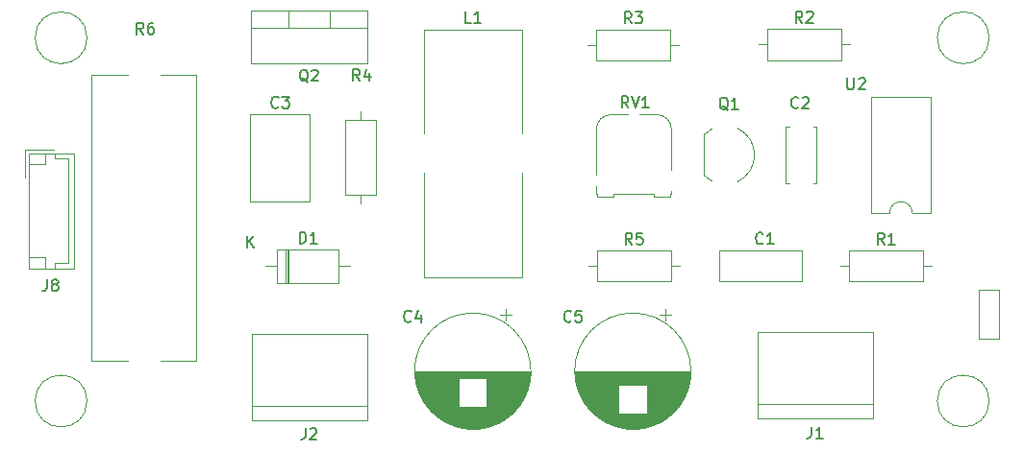
<source format=gto>
%TF.GenerationSoftware,KiCad,Pcbnew,8.0.5*%
%TF.CreationDate,2025-03-03T20:32:12+01:00*%
%TF.ProjectId,Tester backlight LED,54657374-6572-4206-9261-636b6c696768,rev?*%
%TF.SameCoordinates,Original*%
%TF.FileFunction,Legend,Top*%
%TF.FilePolarity,Positive*%
%FSLAX46Y46*%
G04 Gerber Fmt 4.6, Leading zero omitted, Abs format (unit mm)*
G04 Created by KiCad (PCBNEW 8.0.5) date 2025-03-03 20:32:12*
%MOMM*%
%LPD*%
G01*
G04 APERTURE LIST*
%ADD10C,0.150000*%
%ADD11C,0.120000*%
G04 APERTURE END LIST*
D10*
X193621066Y-106287219D02*
X193621066Y-107001504D01*
X193621066Y-107001504D02*
X193573447Y-107144361D01*
X193573447Y-107144361D02*
X193478209Y-107239600D01*
X193478209Y-107239600D02*
X193335352Y-107287219D01*
X193335352Y-107287219D02*
X193240114Y-107287219D01*
X194621066Y-107287219D02*
X194049638Y-107287219D01*
X194335352Y-107287219D02*
X194335352Y-106287219D01*
X194335352Y-106287219D02*
X194240114Y-106430076D01*
X194240114Y-106430076D02*
X194144876Y-106525314D01*
X194144876Y-106525314D02*
X194049638Y-106572933D01*
X200036133Y-90186819D02*
X199702800Y-89710628D01*
X199464705Y-90186819D02*
X199464705Y-89186819D01*
X199464705Y-89186819D02*
X199845657Y-89186819D01*
X199845657Y-89186819D02*
X199940895Y-89234438D01*
X199940895Y-89234438D02*
X199988514Y-89282057D01*
X199988514Y-89282057D02*
X200036133Y-89377295D01*
X200036133Y-89377295D02*
X200036133Y-89520152D01*
X200036133Y-89520152D02*
X199988514Y-89615390D01*
X199988514Y-89615390D02*
X199940895Y-89663009D01*
X199940895Y-89663009D02*
X199845657Y-89710628D01*
X199845657Y-89710628D02*
X199464705Y-89710628D01*
X200988514Y-90186819D02*
X200417086Y-90186819D01*
X200702800Y-90186819D02*
X200702800Y-89186819D01*
X200702800Y-89186819D02*
X200607562Y-89329676D01*
X200607562Y-89329676D02*
X200512324Y-89424914D01*
X200512324Y-89424914D02*
X200417086Y-89472533D01*
X158380133Y-96939603D02*
X158332514Y-96987223D01*
X158332514Y-96987223D02*
X158189657Y-97034842D01*
X158189657Y-97034842D02*
X158094419Y-97034842D01*
X158094419Y-97034842D02*
X157951562Y-96987223D01*
X157951562Y-96987223D02*
X157856324Y-96891984D01*
X157856324Y-96891984D02*
X157808705Y-96796746D01*
X157808705Y-96796746D02*
X157761086Y-96606270D01*
X157761086Y-96606270D02*
X157761086Y-96463413D01*
X157761086Y-96463413D02*
X157808705Y-96272937D01*
X157808705Y-96272937D02*
X157856324Y-96177699D01*
X157856324Y-96177699D02*
X157951562Y-96082461D01*
X157951562Y-96082461D02*
X158094419Y-96034842D01*
X158094419Y-96034842D02*
X158189657Y-96034842D01*
X158189657Y-96034842D02*
X158332514Y-96082461D01*
X158332514Y-96082461D02*
X158380133Y-96130080D01*
X159237276Y-96368175D02*
X159237276Y-97034842D01*
X158999181Y-95987223D02*
X158761086Y-96701508D01*
X158761086Y-96701508D02*
X159380133Y-96701508D01*
X177785733Y-70678019D02*
X177452400Y-70201828D01*
X177214305Y-70678019D02*
X177214305Y-69678019D01*
X177214305Y-69678019D02*
X177595257Y-69678019D01*
X177595257Y-69678019D02*
X177690495Y-69725638D01*
X177690495Y-69725638D02*
X177738114Y-69773257D01*
X177738114Y-69773257D02*
X177785733Y-69868495D01*
X177785733Y-69868495D02*
X177785733Y-70011352D01*
X177785733Y-70011352D02*
X177738114Y-70106590D01*
X177738114Y-70106590D02*
X177690495Y-70154209D01*
X177690495Y-70154209D02*
X177595257Y-70201828D01*
X177595257Y-70201828D02*
X177214305Y-70201828D01*
X178119067Y-69678019D02*
X178738114Y-69678019D01*
X178738114Y-69678019D02*
X178404781Y-70058971D01*
X178404781Y-70058971D02*
X178547638Y-70058971D01*
X178547638Y-70058971D02*
X178642876Y-70106590D01*
X178642876Y-70106590D02*
X178690495Y-70154209D01*
X178690495Y-70154209D02*
X178738114Y-70249447D01*
X178738114Y-70249447D02*
X178738114Y-70487542D01*
X178738114Y-70487542D02*
X178690495Y-70582780D01*
X178690495Y-70582780D02*
X178642876Y-70630400D01*
X178642876Y-70630400D02*
X178547638Y-70678019D01*
X178547638Y-70678019D02*
X178261924Y-70678019D01*
X178261924Y-70678019D02*
X178166686Y-70630400D01*
X178166686Y-70630400D02*
X178119067Y-70582780D01*
X172473133Y-96939603D02*
X172425514Y-96987223D01*
X172425514Y-96987223D02*
X172282657Y-97034842D01*
X172282657Y-97034842D02*
X172187419Y-97034842D01*
X172187419Y-97034842D02*
X172044562Y-96987223D01*
X172044562Y-96987223D02*
X171949324Y-96891984D01*
X171949324Y-96891984D02*
X171901705Y-96796746D01*
X171901705Y-96796746D02*
X171854086Y-96606270D01*
X171854086Y-96606270D02*
X171854086Y-96463413D01*
X171854086Y-96463413D02*
X171901705Y-96272937D01*
X171901705Y-96272937D02*
X171949324Y-96177699D01*
X171949324Y-96177699D02*
X172044562Y-96082461D01*
X172044562Y-96082461D02*
X172187419Y-96034842D01*
X172187419Y-96034842D02*
X172282657Y-96034842D01*
X172282657Y-96034842D02*
X172425514Y-96082461D01*
X172425514Y-96082461D02*
X172473133Y-96130080D01*
X173377895Y-96034842D02*
X172901705Y-96034842D01*
X172901705Y-96034842D02*
X172854086Y-96511032D01*
X172854086Y-96511032D02*
X172901705Y-96463413D01*
X172901705Y-96463413D02*
X172996943Y-96415794D01*
X172996943Y-96415794D02*
X173235038Y-96415794D01*
X173235038Y-96415794D02*
X173330276Y-96463413D01*
X173330276Y-96463413D02*
X173377895Y-96511032D01*
X173377895Y-96511032D02*
X173425514Y-96606270D01*
X173425514Y-96606270D02*
X173425514Y-96844365D01*
X173425514Y-96844365D02*
X173377895Y-96939603D01*
X173377895Y-96939603D02*
X173330276Y-96987223D01*
X173330276Y-96987223D02*
X173235038Y-97034842D01*
X173235038Y-97034842D02*
X172996943Y-97034842D01*
X172996943Y-97034842D02*
X172901705Y-96987223D01*
X172901705Y-96987223D02*
X172854086Y-96939603D01*
X149069466Y-106388819D02*
X149069466Y-107103104D01*
X149069466Y-107103104D02*
X149021847Y-107245961D01*
X149021847Y-107245961D02*
X148926609Y-107341200D01*
X148926609Y-107341200D02*
X148783752Y-107388819D01*
X148783752Y-107388819D02*
X148688514Y-107388819D01*
X149498038Y-106484057D02*
X149545657Y-106436438D01*
X149545657Y-106436438D02*
X149640895Y-106388819D01*
X149640895Y-106388819D02*
X149878990Y-106388819D01*
X149878990Y-106388819D02*
X149974228Y-106436438D01*
X149974228Y-106436438D02*
X150021847Y-106484057D01*
X150021847Y-106484057D02*
X150069466Y-106579295D01*
X150069466Y-106579295D02*
X150069466Y-106674533D01*
X150069466Y-106674533D02*
X150021847Y-106817390D01*
X150021847Y-106817390D02*
X149450419Y-107388819D01*
X149450419Y-107388819D02*
X150069466Y-107388819D01*
X192466933Y-78084380D02*
X192419314Y-78132000D01*
X192419314Y-78132000D02*
X192276457Y-78179619D01*
X192276457Y-78179619D02*
X192181219Y-78179619D01*
X192181219Y-78179619D02*
X192038362Y-78132000D01*
X192038362Y-78132000D02*
X191943124Y-78036761D01*
X191943124Y-78036761D02*
X191895505Y-77941523D01*
X191895505Y-77941523D02*
X191847886Y-77751047D01*
X191847886Y-77751047D02*
X191847886Y-77608190D01*
X191847886Y-77608190D02*
X191895505Y-77417714D01*
X191895505Y-77417714D02*
X191943124Y-77322476D01*
X191943124Y-77322476D02*
X192038362Y-77227238D01*
X192038362Y-77227238D02*
X192181219Y-77179619D01*
X192181219Y-77179619D02*
X192276457Y-77179619D01*
X192276457Y-77179619D02*
X192419314Y-77227238D01*
X192419314Y-77227238D02*
X192466933Y-77274857D01*
X192847886Y-77274857D02*
X192895505Y-77227238D01*
X192895505Y-77227238D02*
X192990743Y-77179619D01*
X192990743Y-77179619D02*
X193228838Y-77179619D01*
X193228838Y-77179619D02*
X193324076Y-77227238D01*
X193324076Y-77227238D02*
X193371695Y-77274857D01*
X193371695Y-77274857D02*
X193419314Y-77370095D01*
X193419314Y-77370095D02*
X193419314Y-77465333D01*
X193419314Y-77465333D02*
X193371695Y-77608190D01*
X193371695Y-77608190D02*
X192800267Y-78179619D01*
X192800267Y-78179619D02*
X193419314Y-78179619D01*
X177509561Y-78128019D02*
X177176228Y-77651828D01*
X176938133Y-78128019D02*
X176938133Y-77128019D01*
X176938133Y-77128019D02*
X177319085Y-77128019D01*
X177319085Y-77128019D02*
X177414323Y-77175638D01*
X177414323Y-77175638D02*
X177461942Y-77223257D01*
X177461942Y-77223257D02*
X177509561Y-77318495D01*
X177509561Y-77318495D02*
X177509561Y-77461352D01*
X177509561Y-77461352D02*
X177461942Y-77556590D01*
X177461942Y-77556590D02*
X177414323Y-77604209D01*
X177414323Y-77604209D02*
X177319085Y-77651828D01*
X177319085Y-77651828D02*
X176938133Y-77651828D01*
X177795276Y-77128019D02*
X178128609Y-78128019D01*
X178128609Y-78128019D02*
X178461942Y-77128019D01*
X179319085Y-78128019D02*
X178747657Y-78128019D01*
X179033371Y-78128019D02*
X179033371Y-77128019D01*
X179033371Y-77128019D02*
X178938133Y-77270876D01*
X178938133Y-77270876D02*
X178842895Y-77366114D01*
X178842895Y-77366114D02*
X178747657Y-77413733D01*
X177836533Y-90186819D02*
X177503200Y-89710628D01*
X177265105Y-90186819D02*
X177265105Y-89186819D01*
X177265105Y-89186819D02*
X177646057Y-89186819D01*
X177646057Y-89186819D02*
X177741295Y-89234438D01*
X177741295Y-89234438D02*
X177788914Y-89282057D01*
X177788914Y-89282057D02*
X177836533Y-89377295D01*
X177836533Y-89377295D02*
X177836533Y-89520152D01*
X177836533Y-89520152D02*
X177788914Y-89615390D01*
X177788914Y-89615390D02*
X177741295Y-89663009D01*
X177741295Y-89663009D02*
X177646057Y-89710628D01*
X177646057Y-89710628D02*
X177265105Y-89710628D01*
X178741295Y-89186819D02*
X178265105Y-89186819D01*
X178265105Y-89186819D02*
X178217486Y-89663009D01*
X178217486Y-89663009D02*
X178265105Y-89615390D01*
X178265105Y-89615390D02*
X178360343Y-89567771D01*
X178360343Y-89567771D02*
X178598438Y-89567771D01*
X178598438Y-89567771D02*
X178693676Y-89615390D01*
X178693676Y-89615390D02*
X178741295Y-89663009D01*
X178741295Y-89663009D02*
X178788914Y-89758247D01*
X178788914Y-89758247D02*
X178788914Y-89996342D01*
X178788914Y-89996342D02*
X178741295Y-90091580D01*
X178741295Y-90091580D02*
X178693676Y-90139200D01*
X178693676Y-90139200D02*
X178598438Y-90186819D01*
X178598438Y-90186819D02*
X178360343Y-90186819D01*
X178360343Y-90186819D02*
X178265105Y-90139200D01*
X178265105Y-90139200D02*
X178217486Y-90091580D01*
X149307561Y-75859257D02*
X149212323Y-75811638D01*
X149212323Y-75811638D02*
X149117085Y-75716400D01*
X149117085Y-75716400D02*
X148974228Y-75573542D01*
X148974228Y-75573542D02*
X148878990Y-75525923D01*
X148878990Y-75525923D02*
X148783752Y-75525923D01*
X148831371Y-75764019D02*
X148736133Y-75716400D01*
X148736133Y-75716400D02*
X148640895Y-75621161D01*
X148640895Y-75621161D02*
X148593276Y-75430685D01*
X148593276Y-75430685D02*
X148593276Y-75097352D01*
X148593276Y-75097352D02*
X148640895Y-74906876D01*
X148640895Y-74906876D02*
X148736133Y-74811638D01*
X148736133Y-74811638D02*
X148831371Y-74764019D01*
X148831371Y-74764019D02*
X149021847Y-74764019D01*
X149021847Y-74764019D02*
X149117085Y-74811638D01*
X149117085Y-74811638D02*
X149212323Y-74906876D01*
X149212323Y-74906876D02*
X149259942Y-75097352D01*
X149259942Y-75097352D02*
X149259942Y-75430685D01*
X149259942Y-75430685D02*
X149212323Y-75621161D01*
X149212323Y-75621161D02*
X149117085Y-75716400D01*
X149117085Y-75716400D02*
X149021847Y-75764019D01*
X149021847Y-75764019D02*
X148831371Y-75764019D01*
X149640895Y-74859257D02*
X149688514Y-74811638D01*
X149688514Y-74811638D02*
X149783752Y-74764019D01*
X149783752Y-74764019D02*
X150021847Y-74764019D01*
X150021847Y-74764019D02*
X150117085Y-74811638D01*
X150117085Y-74811638D02*
X150164704Y-74859257D01*
X150164704Y-74859257D02*
X150212323Y-74954495D01*
X150212323Y-74954495D02*
X150212323Y-75049733D01*
X150212323Y-75049733D02*
X150164704Y-75192590D01*
X150164704Y-75192590D02*
X149593276Y-75764019D01*
X149593276Y-75764019D02*
X150212323Y-75764019D01*
X196799295Y-75502419D02*
X196799295Y-76311942D01*
X196799295Y-76311942D02*
X196846914Y-76407180D01*
X196846914Y-76407180D02*
X196894533Y-76454800D01*
X196894533Y-76454800D02*
X196989771Y-76502419D01*
X196989771Y-76502419D02*
X197180247Y-76502419D01*
X197180247Y-76502419D02*
X197275485Y-76454800D01*
X197275485Y-76454800D02*
X197323104Y-76407180D01*
X197323104Y-76407180D02*
X197370723Y-76311942D01*
X197370723Y-76311942D02*
X197370723Y-75502419D01*
X197799295Y-75597657D02*
X197846914Y-75550038D01*
X197846914Y-75550038D02*
X197942152Y-75502419D01*
X197942152Y-75502419D02*
X198180247Y-75502419D01*
X198180247Y-75502419D02*
X198275485Y-75550038D01*
X198275485Y-75550038D02*
X198323104Y-75597657D01*
X198323104Y-75597657D02*
X198370723Y-75692895D01*
X198370723Y-75692895D02*
X198370723Y-75788133D01*
X198370723Y-75788133D02*
X198323104Y-75930990D01*
X198323104Y-75930990D02*
X197751676Y-76502419D01*
X197751676Y-76502419D02*
X198370723Y-76502419D01*
X192822533Y-70627219D02*
X192489200Y-70151028D01*
X192251105Y-70627219D02*
X192251105Y-69627219D01*
X192251105Y-69627219D02*
X192632057Y-69627219D01*
X192632057Y-69627219D02*
X192727295Y-69674838D01*
X192727295Y-69674838D02*
X192774914Y-69722457D01*
X192774914Y-69722457D02*
X192822533Y-69817695D01*
X192822533Y-69817695D02*
X192822533Y-69960552D01*
X192822533Y-69960552D02*
X192774914Y-70055790D01*
X192774914Y-70055790D02*
X192727295Y-70103409D01*
X192727295Y-70103409D02*
X192632057Y-70151028D01*
X192632057Y-70151028D02*
X192251105Y-70151028D01*
X193203486Y-69722457D02*
X193251105Y-69674838D01*
X193251105Y-69674838D02*
X193346343Y-69627219D01*
X193346343Y-69627219D02*
X193584438Y-69627219D01*
X193584438Y-69627219D02*
X193679676Y-69674838D01*
X193679676Y-69674838D02*
X193727295Y-69722457D01*
X193727295Y-69722457D02*
X193774914Y-69817695D01*
X193774914Y-69817695D02*
X193774914Y-69912933D01*
X193774914Y-69912933D02*
X193727295Y-70055790D01*
X193727295Y-70055790D02*
X193155867Y-70627219D01*
X193155867Y-70627219D02*
X193774914Y-70627219D01*
X153858933Y-75740419D02*
X153525600Y-75264228D01*
X153287505Y-75740419D02*
X153287505Y-74740419D01*
X153287505Y-74740419D02*
X153668457Y-74740419D01*
X153668457Y-74740419D02*
X153763695Y-74788038D01*
X153763695Y-74788038D02*
X153811314Y-74835657D01*
X153811314Y-74835657D02*
X153858933Y-74930895D01*
X153858933Y-74930895D02*
X153858933Y-75073752D01*
X153858933Y-75073752D02*
X153811314Y-75168990D01*
X153811314Y-75168990D02*
X153763695Y-75216609D01*
X153763695Y-75216609D02*
X153668457Y-75264228D01*
X153668457Y-75264228D02*
X153287505Y-75264228D01*
X154716076Y-75073752D02*
X154716076Y-75740419D01*
X154477981Y-74692800D02*
X154239886Y-75407085D01*
X154239886Y-75407085D02*
X154858933Y-75407085D01*
X186289961Y-78324857D02*
X186194723Y-78277238D01*
X186194723Y-78277238D02*
X186099485Y-78182000D01*
X186099485Y-78182000D02*
X185956628Y-78039142D01*
X185956628Y-78039142D02*
X185861390Y-77991523D01*
X185861390Y-77991523D02*
X185766152Y-77991523D01*
X185813771Y-78229619D02*
X185718533Y-78182000D01*
X185718533Y-78182000D02*
X185623295Y-78086761D01*
X185623295Y-78086761D02*
X185575676Y-77896285D01*
X185575676Y-77896285D02*
X185575676Y-77562952D01*
X185575676Y-77562952D02*
X185623295Y-77372476D01*
X185623295Y-77372476D02*
X185718533Y-77277238D01*
X185718533Y-77277238D02*
X185813771Y-77229619D01*
X185813771Y-77229619D02*
X186004247Y-77229619D01*
X186004247Y-77229619D02*
X186099485Y-77277238D01*
X186099485Y-77277238D02*
X186194723Y-77372476D01*
X186194723Y-77372476D02*
X186242342Y-77562952D01*
X186242342Y-77562952D02*
X186242342Y-77896285D01*
X186242342Y-77896285D02*
X186194723Y-78086761D01*
X186194723Y-78086761D02*
X186099485Y-78182000D01*
X186099485Y-78182000D02*
X186004247Y-78229619D01*
X186004247Y-78229619D02*
X185813771Y-78229619D01*
X187194723Y-78229619D02*
X186623295Y-78229619D01*
X186909009Y-78229619D02*
X186909009Y-77229619D01*
X186909009Y-77229619D02*
X186813771Y-77372476D01*
X186813771Y-77372476D02*
X186718533Y-77467714D01*
X186718533Y-77467714D02*
X186623295Y-77515333D01*
X134808933Y-71625619D02*
X134475600Y-71149428D01*
X134237505Y-71625619D02*
X134237505Y-70625619D01*
X134237505Y-70625619D02*
X134618457Y-70625619D01*
X134618457Y-70625619D02*
X134713695Y-70673238D01*
X134713695Y-70673238D02*
X134761314Y-70720857D01*
X134761314Y-70720857D02*
X134808933Y-70816095D01*
X134808933Y-70816095D02*
X134808933Y-70958952D01*
X134808933Y-70958952D02*
X134761314Y-71054190D01*
X134761314Y-71054190D02*
X134713695Y-71101809D01*
X134713695Y-71101809D02*
X134618457Y-71149428D01*
X134618457Y-71149428D02*
X134237505Y-71149428D01*
X135666076Y-70625619D02*
X135475600Y-70625619D01*
X135475600Y-70625619D02*
X135380362Y-70673238D01*
X135380362Y-70673238D02*
X135332743Y-70720857D01*
X135332743Y-70720857D02*
X135237505Y-70863714D01*
X135237505Y-70863714D02*
X135189886Y-71054190D01*
X135189886Y-71054190D02*
X135189886Y-71435142D01*
X135189886Y-71435142D02*
X135237505Y-71530380D01*
X135237505Y-71530380D02*
X135285124Y-71578000D01*
X135285124Y-71578000D02*
X135380362Y-71625619D01*
X135380362Y-71625619D02*
X135570838Y-71625619D01*
X135570838Y-71625619D02*
X135666076Y-71578000D01*
X135666076Y-71578000D02*
X135713695Y-71530380D01*
X135713695Y-71530380D02*
X135761314Y-71435142D01*
X135761314Y-71435142D02*
X135761314Y-71197047D01*
X135761314Y-71197047D02*
X135713695Y-71101809D01*
X135713695Y-71101809D02*
X135666076Y-71054190D01*
X135666076Y-71054190D02*
X135570838Y-71006571D01*
X135570838Y-71006571D02*
X135380362Y-71006571D01*
X135380362Y-71006571D02*
X135285124Y-71054190D01*
X135285124Y-71054190D02*
X135237505Y-71101809D01*
X135237505Y-71101809D02*
X135189886Y-71197047D01*
X146696133Y-78058380D02*
X146648514Y-78106000D01*
X146648514Y-78106000D02*
X146505657Y-78153619D01*
X146505657Y-78153619D02*
X146410419Y-78153619D01*
X146410419Y-78153619D02*
X146267562Y-78106000D01*
X146267562Y-78106000D02*
X146172324Y-78010761D01*
X146172324Y-78010761D02*
X146124705Y-77915523D01*
X146124705Y-77915523D02*
X146077086Y-77725047D01*
X146077086Y-77725047D02*
X146077086Y-77582190D01*
X146077086Y-77582190D02*
X146124705Y-77391714D01*
X146124705Y-77391714D02*
X146172324Y-77296476D01*
X146172324Y-77296476D02*
X146267562Y-77201238D01*
X146267562Y-77201238D02*
X146410419Y-77153619D01*
X146410419Y-77153619D02*
X146505657Y-77153619D01*
X146505657Y-77153619D02*
X146648514Y-77201238D01*
X146648514Y-77201238D02*
X146696133Y-77248857D01*
X147029467Y-77153619D02*
X147648514Y-77153619D01*
X147648514Y-77153619D02*
X147315181Y-77534571D01*
X147315181Y-77534571D02*
X147458038Y-77534571D01*
X147458038Y-77534571D02*
X147553276Y-77582190D01*
X147553276Y-77582190D02*
X147600895Y-77629809D01*
X147600895Y-77629809D02*
X147648514Y-77725047D01*
X147648514Y-77725047D02*
X147648514Y-77963142D01*
X147648514Y-77963142D02*
X147600895Y-78058380D01*
X147600895Y-78058380D02*
X147553276Y-78106000D01*
X147553276Y-78106000D02*
X147458038Y-78153619D01*
X147458038Y-78153619D02*
X147172324Y-78153619D01*
X147172324Y-78153619D02*
X147077086Y-78106000D01*
X147077086Y-78106000D02*
X147029467Y-78058380D01*
X126311066Y-93282419D02*
X126311066Y-93996704D01*
X126311066Y-93996704D02*
X126263447Y-94139561D01*
X126263447Y-94139561D02*
X126168209Y-94234800D01*
X126168209Y-94234800D02*
X126025352Y-94282419D01*
X126025352Y-94282419D02*
X125930114Y-94282419D01*
X126930114Y-93710990D02*
X126834876Y-93663371D01*
X126834876Y-93663371D02*
X126787257Y-93615752D01*
X126787257Y-93615752D02*
X126739638Y-93520514D01*
X126739638Y-93520514D02*
X126739638Y-93472895D01*
X126739638Y-93472895D02*
X126787257Y-93377657D01*
X126787257Y-93377657D02*
X126834876Y-93330038D01*
X126834876Y-93330038D02*
X126930114Y-93282419D01*
X126930114Y-93282419D02*
X127120590Y-93282419D01*
X127120590Y-93282419D02*
X127215828Y-93330038D01*
X127215828Y-93330038D02*
X127263447Y-93377657D01*
X127263447Y-93377657D02*
X127311066Y-93472895D01*
X127311066Y-93472895D02*
X127311066Y-93520514D01*
X127311066Y-93520514D02*
X127263447Y-93615752D01*
X127263447Y-93615752D02*
X127215828Y-93663371D01*
X127215828Y-93663371D02*
X127120590Y-93710990D01*
X127120590Y-93710990D02*
X126930114Y-93710990D01*
X126930114Y-93710990D02*
X126834876Y-93758609D01*
X126834876Y-93758609D02*
X126787257Y-93806228D01*
X126787257Y-93806228D02*
X126739638Y-93901466D01*
X126739638Y-93901466D02*
X126739638Y-94091942D01*
X126739638Y-94091942D02*
X126787257Y-94187180D01*
X126787257Y-94187180D02*
X126834876Y-94234800D01*
X126834876Y-94234800D02*
X126930114Y-94282419D01*
X126930114Y-94282419D02*
X127120590Y-94282419D01*
X127120590Y-94282419D02*
X127215828Y-94234800D01*
X127215828Y-94234800D02*
X127263447Y-94187180D01*
X127263447Y-94187180D02*
X127311066Y-94091942D01*
X127311066Y-94091942D02*
X127311066Y-93901466D01*
X127311066Y-93901466D02*
X127263447Y-93806228D01*
X127263447Y-93806228D02*
X127215828Y-93758609D01*
X127215828Y-93758609D02*
X127120590Y-93710990D01*
X189357333Y-90052380D02*
X189309714Y-90100000D01*
X189309714Y-90100000D02*
X189166857Y-90147619D01*
X189166857Y-90147619D02*
X189071619Y-90147619D01*
X189071619Y-90147619D02*
X188928762Y-90100000D01*
X188928762Y-90100000D02*
X188833524Y-90004761D01*
X188833524Y-90004761D02*
X188785905Y-89909523D01*
X188785905Y-89909523D02*
X188738286Y-89719047D01*
X188738286Y-89719047D02*
X188738286Y-89576190D01*
X188738286Y-89576190D02*
X188785905Y-89385714D01*
X188785905Y-89385714D02*
X188833524Y-89290476D01*
X188833524Y-89290476D02*
X188928762Y-89195238D01*
X188928762Y-89195238D02*
X189071619Y-89147619D01*
X189071619Y-89147619D02*
X189166857Y-89147619D01*
X189166857Y-89147619D02*
X189309714Y-89195238D01*
X189309714Y-89195238D02*
X189357333Y-89242857D01*
X190309714Y-90147619D02*
X189738286Y-90147619D01*
X190024000Y-90147619D02*
X190024000Y-89147619D01*
X190024000Y-89147619D02*
X189928762Y-89290476D01*
X189928762Y-89290476D02*
X189833524Y-89385714D01*
X189833524Y-89385714D02*
X189738286Y-89433333D01*
X163663333Y-70609619D02*
X163187143Y-70609619D01*
X163187143Y-70609619D02*
X163187143Y-69609619D01*
X164520476Y-70609619D02*
X163949048Y-70609619D01*
X164234762Y-70609619D02*
X164234762Y-69609619D01*
X164234762Y-69609619D02*
X164139524Y-69752476D01*
X164139524Y-69752476D02*
X164044286Y-69847714D01*
X164044286Y-69847714D02*
X163949048Y-69895333D01*
X148563105Y-90085219D02*
X148563105Y-89085219D01*
X148563105Y-89085219D02*
X148801200Y-89085219D01*
X148801200Y-89085219D02*
X148944057Y-89132838D01*
X148944057Y-89132838D02*
X149039295Y-89228076D01*
X149039295Y-89228076D02*
X149086914Y-89323314D01*
X149086914Y-89323314D02*
X149134533Y-89513790D01*
X149134533Y-89513790D02*
X149134533Y-89656647D01*
X149134533Y-89656647D02*
X149086914Y-89847123D01*
X149086914Y-89847123D02*
X149039295Y-89942361D01*
X149039295Y-89942361D02*
X148944057Y-90037600D01*
X148944057Y-90037600D02*
X148801200Y-90085219D01*
X148801200Y-90085219D02*
X148563105Y-90085219D01*
X150086914Y-90085219D02*
X149515486Y-90085219D01*
X149801200Y-90085219D02*
X149801200Y-89085219D01*
X149801200Y-89085219D02*
X149705962Y-89228076D01*
X149705962Y-89228076D02*
X149610724Y-89323314D01*
X149610724Y-89323314D02*
X149515486Y-89370933D01*
X143959295Y-90455219D02*
X143959295Y-89455219D01*
X144530723Y-90455219D02*
X144102152Y-89883790D01*
X144530723Y-89455219D02*
X143959295Y-90026647D01*
D11*
%TO.C,J7*%
X208345200Y-98497600D02*
X208345200Y-94197600D01*
X208345200Y-98497600D02*
X210145200Y-98497600D01*
X210145200Y-94197600D02*
X208345200Y-94197600D01*
X210145200Y-94197600D02*
X210145200Y-98497600D01*
%TO.C,J1*%
X188874400Y-97942400D02*
X188874400Y-105562400D01*
X188874400Y-105562400D02*
X199034400Y-105562400D01*
X199034400Y-97942400D02*
X188874400Y-97942400D01*
X199034400Y-104292400D02*
X188874400Y-104292400D01*
X199034400Y-105562400D02*
X199034400Y-97942400D01*
%TO.C,J6*%
X129844800Y-104000000D02*
G75*
G02*
X125272800Y-104000000I-2286000J0D01*
G01*
X125272800Y-104000000D02*
G75*
G02*
X129844800Y-104000000I2286000J0D01*
G01*
%TO.C,R1*%
X196162800Y-92098800D02*
X196932800Y-92098800D01*
X196932800Y-90728800D02*
X196932800Y-93468800D01*
X196932800Y-93468800D02*
X203472800Y-93468800D01*
X203472800Y-90728800D02*
X196932800Y-90728800D01*
X203472800Y-93468800D02*
X203472800Y-90728800D01*
X204242800Y-92098800D02*
X203472800Y-92098800D01*
%TO.C,C4*%
X162567600Y-102036800D02*
X158773600Y-102036800D01*
X162567600Y-102077800D02*
X158778600Y-102077800D01*
X162567600Y-102117800D02*
X158784600Y-102117800D01*
X162567600Y-102157800D02*
X158790600Y-102157800D01*
X162567600Y-102197800D02*
X158797600Y-102197800D01*
X162567600Y-102237800D02*
X158804600Y-102237800D01*
X162567600Y-102277800D02*
X158811600Y-102277800D01*
X162567600Y-102317800D02*
X158818600Y-102317800D01*
X162567600Y-102357800D02*
X158826600Y-102357800D01*
X162567600Y-102397800D02*
X158834600Y-102397800D01*
X162567600Y-102437800D02*
X158843600Y-102437800D01*
X162567600Y-102477800D02*
X158852600Y-102477800D01*
X162567600Y-102517800D02*
X158861600Y-102517800D01*
X162567600Y-102557800D02*
X158870600Y-102557800D01*
X162567600Y-102597800D02*
X158880600Y-102597800D01*
X162567600Y-102637800D02*
X158890600Y-102637800D01*
X162567600Y-102677800D02*
X158901600Y-102677800D01*
X162567600Y-102717800D02*
X158911600Y-102717800D01*
X162567600Y-102757800D02*
X158923600Y-102757800D01*
X162567600Y-102797800D02*
X158934600Y-102797800D01*
X162567600Y-102837800D02*
X158946600Y-102837800D01*
X162567600Y-102877800D02*
X158958600Y-102877800D01*
X162567600Y-102917800D02*
X158971600Y-102917800D01*
X162567600Y-102957800D02*
X158984600Y-102957800D01*
X162567600Y-102997800D02*
X158997600Y-102997800D01*
X162567600Y-103037800D02*
X159011600Y-103037800D01*
X162567600Y-103077800D02*
X159025600Y-103077800D01*
X162567600Y-103117800D02*
X159040600Y-103117800D01*
X162567600Y-103157800D02*
X159054600Y-103157800D01*
X162567600Y-103197800D02*
X159070600Y-103197800D01*
X162567600Y-103237800D02*
X159085600Y-103237800D01*
X162567600Y-103277800D02*
X159101600Y-103277800D01*
X162567600Y-103317800D02*
X159118600Y-103317800D01*
X162567600Y-103357800D02*
X159134600Y-103357800D01*
X162567600Y-103397800D02*
X159151600Y-103397800D01*
X162567600Y-103437800D02*
X159169600Y-103437800D01*
X162567600Y-103477800D02*
X159187600Y-103477800D01*
X162567600Y-103517800D02*
X159205600Y-103517800D01*
X162567600Y-103557800D02*
X159224600Y-103557800D01*
X162567600Y-103597800D02*
X159244600Y-103597800D01*
X162567600Y-103637800D02*
X159263600Y-103637800D01*
X162567600Y-103677800D02*
X159283600Y-103677800D01*
X162567600Y-103717800D02*
X159304600Y-103717800D01*
X162567600Y-103757800D02*
X159325600Y-103757800D01*
X162567600Y-103797800D02*
X159346600Y-103797800D01*
X162567600Y-103837800D02*
X159368600Y-103837800D01*
X162567600Y-103877800D02*
X159391600Y-103877800D01*
X162567600Y-103917800D02*
X159413600Y-103917800D01*
X162567600Y-103957800D02*
X159437600Y-103957800D01*
X162567600Y-103997800D02*
X159461600Y-103997800D01*
X162567600Y-104037800D02*
X159485600Y-104037800D01*
X162567600Y-104077800D02*
X159510600Y-104077800D01*
X162567600Y-104117800D02*
X159535600Y-104117800D01*
X162567600Y-104157800D02*
X159561600Y-104157800D01*
X162567600Y-104197800D02*
X159587600Y-104197800D01*
X162567600Y-104237800D02*
X159614600Y-104237800D01*
X162567600Y-104277800D02*
X159642600Y-104277800D01*
X162567600Y-104317800D02*
X159670600Y-104317800D01*
X162567600Y-104357800D02*
X159698600Y-104357800D01*
X162567600Y-104397800D02*
X159728600Y-104397800D01*
X162567600Y-104437800D02*
X159758600Y-104437800D01*
X162567600Y-104477800D02*
X159788600Y-104477800D01*
X164407600Y-106437800D02*
X163209600Y-106437800D01*
X164670600Y-106397800D02*
X162946600Y-106397800D01*
X164870600Y-106357800D02*
X162746600Y-106357800D01*
X165038600Y-106317800D02*
X162578600Y-106317800D01*
X165186600Y-106277800D02*
X162430600Y-106277800D01*
X165318600Y-106237800D02*
X162298600Y-106237800D01*
X165438600Y-106197800D02*
X162178600Y-106197800D01*
X165550600Y-106157800D02*
X162066600Y-106157800D01*
X165654600Y-106117800D02*
X161962600Y-106117800D01*
X165752600Y-106077800D02*
X161864600Y-106077800D01*
X165845600Y-106037800D02*
X161771600Y-106037800D01*
X165933600Y-105997800D02*
X161683600Y-105997800D01*
X166017600Y-105957800D02*
X161599600Y-105957800D01*
X166097600Y-105917800D02*
X161519600Y-105917800D01*
X166173600Y-105877800D02*
X161443600Y-105877800D01*
X166247600Y-105837800D02*
X161369600Y-105837800D01*
X166318600Y-105797800D02*
X161298600Y-105797800D01*
X166387600Y-105757800D02*
X161229600Y-105757800D01*
X166453600Y-105717800D02*
X161163600Y-105717800D01*
X166517600Y-105677800D02*
X161099600Y-105677800D01*
X166578600Y-105637800D02*
X161038600Y-105637800D01*
X166638600Y-105597800D02*
X160978600Y-105597800D01*
X166683600Y-95877154D02*
X166683600Y-96877154D01*
X166697600Y-105557800D02*
X160919600Y-105557800D01*
X166753600Y-105517800D02*
X160863600Y-105517800D01*
X166808600Y-105477800D02*
X160808600Y-105477800D01*
X166862600Y-105437800D02*
X160754600Y-105437800D01*
X166914600Y-105397800D02*
X160702600Y-105397800D01*
X166964600Y-105357800D02*
X160652600Y-105357800D01*
X167014600Y-105317800D02*
X160602600Y-105317800D01*
X167062600Y-105277800D02*
X160554600Y-105277800D01*
X167109600Y-105237800D02*
X160507600Y-105237800D01*
X167155600Y-105197800D02*
X160461600Y-105197800D01*
X167183600Y-96377154D02*
X166183600Y-96377154D01*
X167200600Y-105157800D02*
X160416600Y-105157800D01*
X167244600Y-105117800D02*
X160372600Y-105117800D01*
X167286600Y-105077800D02*
X160330600Y-105077800D01*
X167328600Y-105037800D02*
X160288600Y-105037800D01*
X167369600Y-104997800D02*
X160247600Y-104997800D01*
X167409600Y-104957800D02*
X160207600Y-104957800D01*
X167448600Y-104917800D02*
X160168600Y-104917800D01*
X167487600Y-104877800D02*
X160129600Y-104877800D01*
X167524600Y-104837800D02*
X160092600Y-104837800D01*
X167561600Y-104797800D02*
X160055600Y-104797800D01*
X167597600Y-104757800D02*
X160019600Y-104757800D01*
X167632600Y-104717800D02*
X159984600Y-104717800D01*
X167666600Y-104677800D02*
X159950600Y-104677800D01*
X167700600Y-104637800D02*
X159916600Y-104637800D01*
X167733600Y-104597800D02*
X159883600Y-104597800D01*
X167765600Y-104557800D02*
X159851600Y-104557800D01*
X167797600Y-104517800D02*
X159819600Y-104517800D01*
X167828600Y-104477800D02*
X165049600Y-104477800D01*
X167858600Y-104437800D02*
X165049600Y-104437800D01*
X167888600Y-104397800D02*
X165049600Y-104397800D01*
X167918600Y-104357800D02*
X165049600Y-104357800D01*
X167946600Y-104317800D02*
X165049600Y-104317800D01*
X167974600Y-104277800D02*
X165049600Y-104277800D01*
X168002600Y-104237800D02*
X165049600Y-104237800D01*
X168029600Y-104197800D02*
X165049600Y-104197800D01*
X168055600Y-104157800D02*
X165049600Y-104157800D01*
X168081600Y-104117800D02*
X165049600Y-104117800D01*
X168106600Y-104077800D02*
X165049600Y-104077800D01*
X168131600Y-104037800D02*
X165049600Y-104037800D01*
X168155600Y-103997800D02*
X165049600Y-103997800D01*
X168179600Y-103957800D02*
X165049600Y-103957800D01*
X168203600Y-103917800D02*
X165049600Y-103917800D01*
X168225600Y-103877800D02*
X165049600Y-103877800D01*
X168248600Y-103837800D02*
X165049600Y-103837800D01*
X168270600Y-103797800D02*
X165049600Y-103797800D01*
X168291600Y-103757800D02*
X165049600Y-103757800D01*
X168312600Y-103717800D02*
X165049600Y-103717800D01*
X168333600Y-103677800D02*
X165049600Y-103677800D01*
X168353600Y-103637800D02*
X165049600Y-103637800D01*
X168372600Y-103597800D02*
X165049600Y-103597800D01*
X168392600Y-103557800D02*
X165049600Y-103557800D01*
X168411600Y-103517800D02*
X165049600Y-103517800D01*
X168429600Y-103477800D02*
X165049600Y-103477800D01*
X168447600Y-103437800D02*
X165049600Y-103437800D01*
X168465600Y-103397800D02*
X165049600Y-103397800D01*
X168482600Y-103357800D02*
X165049600Y-103357800D01*
X168498600Y-103317800D02*
X165049600Y-103317800D01*
X168515600Y-103277800D02*
X165049600Y-103277800D01*
X168531600Y-103237800D02*
X165049600Y-103237800D01*
X168546600Y-103197800D02*
X165049600Y-103197800D01*
X168562600Y-103157800D02*
X165049600Y-103157800D01*
X168576600Y-103117800D02*
X165049600Y-103117800D01*
X168591600Y-103077800D02*
X165049600Y-103077800D01*
X168605600Y-103037800D02*
X165049600Y-103037800D01*
X168619600Y-102997800D02*
X165049600Y-102997800D01*
X168632600Y-102957800D02*
X165049600Y-102957800D01*
X168645600Y-102917800D02*
X165049600Y-102917800D01*
X168658600Y-102877800D02*
X165049600Y-102877800D01*
X168670600Y-102837800D02*
X165049600Y-102837800D01*
X168682600Y-102797800D02*
X165049600Y-102797800D01*
X168693600Y-102757800D02*
X165049600Y-102757800D01*
X168705600Y-102717800D02*
X165049600Y-102717800D01*
X168715600Y-102677800D02*
X165049600Y-102677800D01*
X168726600Y-102637800D02*
X165049600Y-102637800D01*
X168736600Y-102597800D02*
X165049600Y-102597800D01*
X168746600Y-102557800D02*
X165049600Y-102557800D01*
X168755600Y-102517800D02*
X165049600Y-102517800D01*
X168764600Y-102477800D02*
X165049600Y-102477800D01*
X168773600Y-102437800D02*
X165049600Y-102437800D01*
X168782600Y-102397800D02*
X165049600Y-102397800D01*
X168790600Y-102357800D02*
X165049600Y-102357800D01*
X168798600Y-102317800D02*
X165049600Y-102317800D01*
X168805600Y-102277800D02*
X165049600Y-102277800D01*
X168812600Y-102237800D02*
X165049600Y-102237800D01*
X168819600Y-102197800D02*
X165049600Y-102197800D01*
X168826600Y-102157800D02*
X165049600Y-102157800D01*
X168832600Y-102117800D02*
X165049600Y-102117800D01*
X168838600Y-102077800D02*
X165049600Y-102077800D01*
X168843600Y-102036800D02*
X165049600Y-102036800D01*
X168848600Y-101996800D02*
X158768600Y-101996800D01*
X168853600Y-101956800D02*
X158763600Y-101956800D01*
X168858600Y-101916800D02*
X158758600Y-101916800D01*
X168862600Y-101876800D02*
X158754600Y-101876800D01*
X168866600Y-101836800D02*
X158750600Y-101836800D01*
X168870600Y-101796800D02*
X158746600Y-101796800D01*
X168873600Y-101756800D02*
X158743600Y-101756800D01*
X168876600Y-101716800D02*
X158740600Y-101716800D01*
X168878600Y-101676800D02*
X158738600Y-101676800D01*
X168881600Y-101636800D02*
X158735600Y-101636800D01*
X168883600Y-101596800D02*
X158733600Y-101596800D01*
X168885600Y-101556800D02*
X158731600Y-101556800D01*
X168886600Y-101516800D02*
X158730600Y-101516800D01*
X168887600Y-101476800D02*
X158729600Y-101476800D01*
X168888600Y-101356800D02*
X158728600Y-101356800D01*
X168888600Y-101396800D02*
X158728600Y-101396800D01*
X168888600Y-101436800D02*
X158728600Y-101436800D01*
X168928600Y-101356800D02*
G75*
G02*
X158688600Y-101356800I-5120000J0D01*
G01*
X158688600Y-101356800D02*
G75*
G02*
X168928600Y-101356800I5120000J0D01*
G01*
%TO.C,R3*%
X173912400Y-72593200D02*
X174682400Y-72593200D01*
X174682400Y-71223200D02*
X174682400Y-73963200D01*
X174682400Y-73963200D02*
X181222400Y-73963200D01*
X181222400Y-71223200D02*
X174682400Y-71223200D01*
X181222400Y-73963200D02*
X181222400Y-71223200D01*
X181992400Y-72593200D02*
X181222400Y-72593200D01*
%TO.C,C5*%
X176660600Y-102637800D02*
X172983600Y-102637800D01*
X176660600Y-102677800D02*
X172994600Y-102677800D01*
X176660600Y-102717800D02*
X173004600Y-102717800D01*
X176660600Y-102757800D02*
X173016600Y-102757800D01*
X176660600Y-102797800D02*
X173027600Y-102797800D01*
X176660600Y-102837800D02*
X173039600Y-102837800D01*
X176660600Y-102877800D02*
X173051600Y-102877800D01*
X176660600Y-102917800D02*
X173064600Y-102917800D01*
X176660600Y-102957800D02*
X173077600Y-102957800D01*
X176660600Y-102997800D02*
X173090600Y-102997800D01*
X176660600Y-103037800D02*
X173104600Y-103037800D01*
X176660600Y-103077800D02*
X173118600Y-103077800D01*
X176660600Y-103117800D02*
X173133600Y-103117800D01*
X176660600Y-103157800D02*
X173147600Y-103157800D01*
X176660600Y-103197800D02*
X173163600Y-103197800D01*
X176660600Y-103237800D02*
X173178600Y-103237800D01*
X176660600Y-103277800D02*
X173194600Y-103277800D01*
X176660600Y-103317800D02*
X173211600Y-103317800D01*
X176660600Y-103357800D02*
X173227600Y-103357800D01*
X176660600Y-103397800D02*
X173244600Y-103397800D01*
X176660600Y-103437800D02*
X173262600Y-103437800D01*
X176660600Y-103477800D02*
X173280600Y-103477800D01*
X176660600Y-103517800D02*
X173298600Y-103517800D01*
X176660600Y-103557800D02*
X173317600Y-103557800D01*
X176660600Y-103597800D02*
X173337600Y-103597800D01*
X176660600Y-103637800D02*
X173356600Y-103637800D01*
X176660600Y-103677800D02*
X173376600Y-103677800D01*
X176660600Y-103717800D02*
X173397600Y-103717800D01*
X176660600Y-103757800D02*
X173418600Y-103757800D01*
X176660600Y-103797800D02*
X173439600Y-103797800D01*
X176660600Y-103837800D02*
X173461600Y-103837800D01*
X176660600Y-103877800D02*
X173484600Y-103877800D01*
X176660600Y-103917800D02*
X173506600Y-103917800D01*
X176660600Y-103957800D02*
X173530600Y-103957800D01*
X176660600Y-103997800D02*
X173554600Y-103997800D01*
X176660600Y-104037800D02*
X173578600Y-104037800D01*
X176660600Y-104077800D02*
X173603600Y-104077800D01*
X176660600Y-104117800D02*
X173628600Y-104117800D01*
X176660600Y-104157800D02*
X173654600Y-104157800D01*
X176660600Y-104197800D02*
X173680600Y-104197800D01*
X176660600Y-104237800D02*
X173707600Y-104237800D01*
X176660600Y-104277800D02*
X173735600Y-104277800D01*
X176660600Y-104317800D02*
X173763600Y-104317800D01*
X176660600Y-104357800D02*
X173791600Y-104357800D01*
X176660600Y-104397800D02*
X173821600Y-104397800D01*
X176660600Y-104437800D02*
X173851600Y-104437800D01*
X176660600Y-104477800D02*
X173881600Y-104477800D01*
X176660600Y-104517800D02*
X173912600Y-104517800D01*
X176660600Y-104557800D02*
X173944600Y-104557800D01*
X176660600Y-104597800D02*
X173976600Y-104597800D01*
X176660600Y-104637800D02*
X174009600Y-104637800D01*
X176660600Y-104677800D02*
X174043600Y-104677800D01*
X176660600Y-104717800D02*
X174077600Y-104717800D01*
X176660600Y-104757800D02*
X174112600Y-104757800D01*
X176660600Y-104797800D02*
X174148600Y-104797800D01*
X176660600Y-104837800D02*
X174185600Y-104837800D01*
X176660600Y-104877800D02*
X174222600Y-104877800D01*
X176660600Y-104917800D02*
X174261600Y-104917800D01*
X176660600Y-104957800D02*
X174300600Y-104957800D01*
X176660600Y-104997800D02*
X174340600Y-104997800D01*
X176660600Y-105037800D02*
X174381600Y-105037800D01*
X176660600Y-105077800D02*
X174423600Y-105077800D01*
X178500600Y-106437800D02*
X177302600Y-106437800D01*
X178763600Y-106397800D02*
X177039600Y-106397800D01*
X178963600Y-106357800D02*
X176839600Y-106357800D01*
X179131600Y-106317800D02*
X176671600Y-106317800D01*
X179279600Y-106277800D02*
X176523600Y-106277800D01*
X179411600Y-106237800D02*
X176391600Y-106237800D01*
X179531600Y-106197800D02*
X176271600Y-106197800D01*
X179643600Y-106157800D02*
X176159600Y-106157800D01*
X179747600Y-106117800D02*
X176055600Y-106117800D01*
X179845600Y-106077800D02*
X175957600Y-106077800D01*
X179938600Y-106037800D02*
X175864600Y-106037800D01*
X180026600Y-105997800D02*
X175776600Y-105997800D01*
X180110600Y-105957800D02*
X175692600Y-105957800D01*
X180190600Y-105917800D02*
X175612600Y-105917800D01*
X180266600Y-105877800D02*
X175536600Y-105877800D01*
X180340600Y-105837800D02*
X175462600Y-105837800D01*
X180411600Y-105797800D02*
X175391600Y-105797800D01*
X180480600Y-105757800D02*
X175322600Y-105757800D01*
X180546600Y-105717800D02*
X175256600Y-105717800D01*
X180610600Y-105677800D02*
X175192600Y-105677800D01*
X180671600Y-105637800D02*
X175131600Y-105637800D01*
X180731600Y-105597800D02*
X175071600Y-105597800D01*
X180776600Y-95877154D02*
X180776600Y-96877154D01*
X180790600Y-105557800D02*
X175012600Y-105557800D01*
X180846600Y-105517800D02*
X174956600Y-105517800D01*
X180901600Y-105477800D02*
X174901600Y-105477800D01*
X180955600Y-105437800D02*
X174847600Y-105437800D01*
X181007600Y-105397800D02*
X174795600Y-105397800D01*
X181057600Y-105357800D02*
X174745600Y-105357800D01*
X181107600Y-105317800D02*
X174695600Y-105317800D01*
X181155600Y-105277800D02*
X174647600Y-105277800D01*
X181202600Y-105237800D02*
X174600600Y-105237800D01*
X181248600Y-105197800D02*
X174554600Y-105197800D01*
X181276600Y-96377154D02*
X180276600Y-96377154D01*
X181293600Y-105157800D02*
X174509600Y-105157800D01*
X181337600Y-105117800D02*
X174465600Y-105117800D01*
X181379600Y-105077800D02*
X179142600Y-105077800D01*
X181421600Y-105037800D02*
X179142600Y-105037800D01*
X181462600Y-104997800D02*
X179142600Y-104997800D01*
X181502600Y-104957800D02*
X179142600Y-104957800D01*
X181541600Y-104917800D02*
X179142600Y-104917800D01*
X181580600Y-104877800D02*
X179142600Y-104877800D01*
X181617600Y-104837800D02*
X179142600Y-104837800D01*
X181654600Y-104797800D02*
X179142600Y-104797800D01*
X181690600Y-104757800D02*
X179142600Y-104757800D01*
X181725600Y-104717800D02*
X179142600Y-104717800D01*
X181759600Y-104677800D02*
X179142600Y-104677800D01*
X181793600Y-104637800D02*
X179142600Y-104637800D01*
X181826600Y-104597800D02*
X179142600Y-104597800D01*
X181858600Y-104557800D02*
X179142600Y-104557800D01*
X181890600Y-104517800D02*
X179142600Y-104517800D01*
X181921600Y-104477800D02*
X179142600Y-104477800D01*
X181951600Y-104437800D02*
X179142600Y-104437800D01*
X181981600Y-104397800D02*
X179142600Y-104397800D01*
X182011600Y-104357800D02*
X179142600Y-104357800D01*
X182039600Y-104317800D02*
X179142600Y-104317800D01*
X182067600Y-104277800D02*
X179142600Y-104277800D01*
X182095600Y-104237800D02*
X179142600Y-104237800D01*
X182122600Y-104197800D02*
X179142600Y-104197800D01*
X182148600Y-104157800D02*
X179142600Y-104157800D01*
X182174600Y-104117800D02*
X179142600Y-104117800D01*
X182199600Y-104077800D02*
X179142600Y-104077800D01*
X182224600Y-104037800D02*
X179142600Y-104037800D01*
X182248600Y-103997800D02*
X179142600Y-103997800D01*
X182272600Y-103957800D02*
X179142600Y-103957800D01*
X182296600Y-103917800D02*
X179142600Y-103917800D01*
X182318600Y-103877800D02*
X179142600Y-103877800D01*
X182341600Y-103837800D02*
X179142600Y-103837800D01*
X182363600Y-103797800D02*
X179142600Y-103797800D01*
X182384600Y-103757800D02*
X179142600Y-103757800D01*
X182405600Y-103717800D02*
X179142600Y-103717800D01*
X182426600Y-103677800D02*
X179142600Y-103677800D01*
X182446600Y-103637800D02*
X179142600Y-103637800D01*
X182465600Y-103597800D02*
X179142600Y-103597800D01*
X182485600Y-103557800D02*
X179142600Y-103557800D01*
X182504600Y-103517800D02*
X179142600Y-103517800D01*
X182522600Y-103477800D02*
X179142600Y-103477800D01*
X182540600Y-103437800D02*
X179142600Y-103437800D01*
X182558600Y-103397800D02*
X179142600Y-103397800D01*
X182575600Y-103357800D02*
X179142600Y-103357800D01*
X182591600Y-103317800D02*
X179142600Y-103317800D01*
X182608600Y-103277800D02*
X179142600Y-103277800D01*
X182624600Y-103237800D02*
X179142600Y-103237800D01*
X182639600Y-103197800D02*
X179142600Y-103197800D01*
X182655600Y-103157800D02*
X179142600Y-103157800D01*
X182669600Y-103117800D02*
X179142600Y-103117800D01*
X182684600Y-103077800D02*
X179142600Y-103077800D01*
X182698600Y-103037800D02*
X179142600Y-103037800D01*
X182712600Y-102997800D02*
X179142600Y-102997800D01*
X182725600Y-102957800D02*
X179142600Y-102957800D01*
X182738600Y-102917800D02*
X179142600Y-102917800D01*
X182751600Y-102877800D02*
X179142600Y-102877800D01*
X182763600Y-102837800D02*
X179142600Y-102837800D01*
X182775600Y-102797800D02*
X179142600Y-102797800D01*
X182786600Y-102757800D02*
X179142600Y-102757800D01*
X182798600Y-102717800D02*
X179142600Y-102717800D01*
X182808600Y-102677800D02*
X179142600Y-102677800D01*
X182819600Y-102637800D02*
X179142600Y-102637800D01*
X182829600Y-102597800D02*
X172973600Y-102597800D01*
X182839600Y-102557800D02*
X172963600Y-102557800D01*
X182848600Y-102517800D02*
X172954600Y-102517800D01*
X182857600Y-102477800D02*
X172945600Y-102477800D01*
X182866600Y-102437800D02*
X172936600Y-102437800D01*
X182875600Y-102397800D02*
X172927600Y-102397800D01*
X182883600Y-102357800D02*
X172919600Y-102357800D01*
X182891600Y-102317800D02*
X172911600Y-102317800D01*
X182898600Y-102277800D02*
X172904600Y-102277800D01*
X182905600Y-102237800D02*
X172897600Y-102237800D01*
X182912600Y-102197800D02*
X172890600Y-102197800D01*
X182919600Y-102157800D02*
X172883600Y-102157800D01*
X182925600Y-102117800D02*
X172877600Y-102117800D01*
X182931600Y-102077800D02*
X172871600Y-102077800D01*
X182936600Y-102036800D02*
X172866600Y-102036800D01*
X182941600Y-101996800D02*
X172861600Y-101996800D01*
X182946600Y-101956800D02*
X172856600Y-101956800D01*
X182951600Y-101916800D02*
X172851600Y-101916800D01*
X182955600Y-101876800D02*
X172847600Y-101876800D01*
X182959600Y-101836800D02*
X172843600Y-101836800D01*
X182963600Y-101796800D02*
X172839600Y-101796800D01*
X182966600Y-101756800D02*
X172836600Y-101756800D01*
X182969600Y-101716800D02*
X172833600Y-101716800D01*
X182971600Y-101676800D02*
X172831600Y-101676800D01*
X182974600Y-101636800D02*
X172828600Y-101636800D01*
X182976600Y-101596800D02*
X172826600Y-101596800D01*
X182978600Y-101556800D02*
X172824600Y-101556800D01*
X182979600Y-101516800D02*
X172823600Y-101516800D01*
X182980600Y-101476800D02*
X172822600Y-101476800D01*
X182981600Y-101356800D02*
X172821600Y-101356800D01*
X182981600Y-101396800D02*
X172821600Y-101396800D01*
X182981600Y-101436800D02*
X172821600Y-101436800D01*
X183021600Y-101356800D02*
G75*
G02*
X172781600Y-101356800I-5120000J0D01*
G01*
X172781600Y-101356800D02*
G75*
G02*
X183021600Y-101356800I5120000J0D01*
G01*
%TO.C,J2*%
X144373600Y-98044000D02*
X144373600Y-105664000D01*
X144373600Y-105664000D02*
X154533600Y-105664000D01*
X154533600Y-98044000D02*
X144373600Y-98044000D01*
X154533600Y-104394000D02*
X144373600Y-104394000D01*
X154533600Y-105664000D02*
X154533600Y-98044000D01*
%TO.C,C2*%
X191365200Y-79826800D02*
X191365200Y-84766800D01*
X191680200Y-79826800D02*
X191365200Y-79826800D01*
X191680200Y-84766800D02*
X191365200Y-84766800D01*
X194105200Y-79826800D02*
X193790200Y-79826800D01*
X194105200Y-79826800D02*
X194105200Y-84766800D01*
X194105200Y-84766800D02*
X193790200Y-84766800D01*
%TO.C,RV1*%
X174693200Y-84016800D02*
X174693200Y-80036800D01*
X174693200Y-85746800D02*
X174693200Y-85056800D01*
X174793200Y-85746800D02*
X174693200Y-85746800D01*
X174793200Y-85946800D02*
X174793200Y-85746800D01*
X176003200Y-78726800D02*
X177493200Y-78726800D01*
X176213200Y-85746800D02*
X176213200Y-85946800D01*
X176213200Y-85946800D02*
X174793200Y-85946800D01*
X178513200Y-78726800D02*
X180003200Y-78726800D01*
X179793200Y-85746800D02*
X176213200Y-85746800D01*
X179793200Y-85746800D02*
X179793200Y-85946800D01*
X181213200Y-85746800D02*
X181313200Y-85746800D01*
X181213200Y-85946800D02*
X179793200Y-85946800D01*
X181213200Y-85946800D02*
X181213200Y-85746800D01*
X181313200Y-80036800D02*
X181313200Y-83576800D01*
X181313200Y-85746800D02*
X181313200Y-85496800D01*
X174693200Y-80036800D02*
G75*
G02*
X176003200Y-78726800I1310000J0D01*
G01*
X180003200Y-78726800D02*
G75*
G02*
X181313200Y-80036800I0J-1310000D01*
G01*
%TO.C,R5*%
X173963200Y-92098800D02*
X174733200Y-92098800D01*
X174733200Y-90728800D02*
X174733200Y-93468800D01*
X174733200Y-93468800D02*
X181273200Y-93468800D01*
X181273200Y-90728800D02*
X174733200Y-90728800D01*
X181273200Y-93468800D02*
X181273200Y-90728800D01*
X182043200Y-92098800D02*
X181273200Y-92098800D01*
%TO.C,Q2*%
X144282800Y-69580600D02*
X144282800Y-74221600D01*
X144282800Y-69580600D02*
X154522800Y-69580600D01*
X144282800Y-71090600D02*
X154522800Y-71090600D01*
X144282800Y-74221600D02*
X154522800Y-74221600D01*
X147552800Y-69580600D02*
X147552800Y-71090600D01*
X151253800Y-69580600D02*
X151253800Y-71090600D01*
X154522800Y-69580600D02*
X154522800Y-74221600D01*
%TO.C,U2*%
X198863600Y-77146800D02*
X198863600Y-87426800D01*
X198863600Y-87426800D02*
X200513600Y-87426800D01*
X202513600Y-87426800D02*
X204163600Y-87426800D01*
X204163600Y-77146800D02*
X198863600Y-77146800D01*
X204163600Y-87426800D02*
X204163600Y-77146800D01*
X200513600Y-87426800D02*
G75*
G02*
X202513600Y-87426800I1000000J0D01*
G01*
%TO.C,R2*%
X188949200Y-72542400D02*
X189719200Y-72542400D01*
X189719200Y-71172400D02*
X189719200Y-73912400D01*
X189719200Y-73912400D02*
X196259200Y-73912400D01*
X196259200Y-71172400D02*
X189719200Y-71172400D01*
X196259200Y-73912400D02*
X196259200Y-71172400D01*
X197029200Y-72542400D02*
X196259200Y-72542400D01*
%TO.C,J4*%
X209286000Y-104000000D02*
G75*
G02*
X204714000Y-104000000I-2286000J0D01*
G01*
X204714000Y-104000000D02*
G75*
G02*
X209286000Y-104000000I2286000J0D01*
G01*
%TO.C,R4*%
X152554000Y-79229200D02*
X152554000Y-85769200D01*
X152554000Y-85769200D02*
X155294000Y-85769200D01*
X153924000Y-78459200D02*
X153924000Y-79229200D01*
X153924000Y-86539200D02*
X153924000Y-85769200D01*
X155294000Y-79229200D02*
X152554000Y-79229200D01*
X155294000Y-85769200D02*
X155294000Y-79229200D01*
%TO.C,J5*%
X129844800Y-71950000D02*
G75*
G02*
X125272800Y-71950000I-2286000J0D01*
G01*
X125272800Y-71950000D02*
G75*
G02*
X129844800Y-71950000I2286000J0D01*
G01*
%TO.C,Q1*%
X184175200Y-80496800D02*
X184175200Y-84096800D01*
X184175200Y-80496800D02*
G75*
G02*
X184902405Y-79972616I1850000J-1800000D01*
G01*
X184902405Y-84620984D02*
G75*
G02*
X184175200Y-84096800I1122795J2324184D01*
G01*
X187124007Y-79940400D02*
G75*
G02*
X188625200Y-82296800I-1098807J-2356400D01*
G01*
X188625200Y-82296800D02*
G75*
G02*
X187124007Y-84653200I-2600000J0D01*
G01*
%TO.C,R6*%
X130254000Y-75213200D02*
X130254000Y-100453200D01*
X130254000Y-100453200D02*
X133434000Y-100453200D01*
X133434000Y-75213200D02*
X130254000Y-75213200D01*
X136314000Y-75213200D02*
X139494000Y-75213200D01*
X139494000Y-75213200D02*
X139494000Y-100453200D01*
X139494000Y-100453200D02*
X136314000Y-100453200D01*
%TO.C,C3*%
X144192000Y-78665600D02*
X144192000Y-86405600D01*
X149432000Y-78665600D02*
X144192000Y-78665600D01*
X149432000Y-78665600D02*
X149432000Y-86405600D01*
X149432000Y-86405600D02*
X144192000Y-86405600D01*
%TO.C,J8*%
X124390000Y-81824400D02*
X124390000Y-84324400D01*
X124690000Y-82124400D02*
X124690000Y-92344400D01*
X124690000Y-92344400D02*
X128710000Y-92344400D01*
X126190000Y-82124400D02*
X126190000Y-83124400D01*
X126190000Y-83124400D02*
X124690000Y-83124400D01*
X126190000Y-91344400D02*
X124690000Y-91344400D01*
X126190000Y-92344400D02*
X126190000Y-91344400D01*
X126890000Y-81824400D02*
X124390000Y-81824400D01*
X127000000Y-82124400D02*
X127000000Y-82624400D01*
X127000000Y-82624400D02*
X128210000Y-82624400D01*
X127000000Y-91844400D02*
X127000000Y-92344400D01*
X128210000Y-82624400D02*
X128210000Y-91844400D01*
X128210000Y-91844400D02*
X127000000Y-91844400D01*
X128710000Y-82124400D02*
X124690000Y-82124400D01*
X128710000Y-92344400D02*
X128710000Y-82124400D01*
%TO.C,C1*%
X185519200Y-90728800D02*
X185519200Y-93468800D01*
X185519200Y-90728800D02*
X192759200Y-90728800D01*
X185519200Y-93468800D02*
X192759200Y-93468800D01*
X192759200Y-90728800D02*
X192759200Y-93468800D01*
%TO.C,L1*%
X159544400Y-71228200D02*
X168164400Y-71228200D01*
X159544400Y-80388200D02*
X159544400Y-71228200D01*
X159544400Y-93058200D02*
X159544400Y-83898200D01*
X159544400Y-93058200D02*
X168164400Y-93058200D01*
X168164400Y-80388200D02*
X168164400Y-71228200D01*
X168164400Y-93058200D02*
X168164400Y-83898200D01*
%TO.C,D1*%
X145561200Y-92100400D02*
X146581200Y-92100400D01*
X146581200Y-90630400D02*
X146581200Y-93570400D01*
X146581200Y-93570400D02*
X152021200Y-93570400D01*
X147361200Y-90630400D02*
X147361200Y-93570400D01*
X147481200Y-90630400D02*
X147481200Y-93570400D01*
X147601200Y-90630400D02*
X147601200Y-93570400D01*
X152021200Y-90630400D02*
X146581200Y-90630400D01*
X152021200Y-93570400D02*
X152021200Y-90630400D01*
X153041200Y-92100400D02*
X152021200Y-92100400D01*
%TO.C,J3*%
X209286000Y-71950000D02*
G75*
G02*
X204714000Y-71950000I-2286000J0D01*
G01*
X204714000Y-71950000D02*
G75*
G02*
X209286000Y-71950000I2286000J0D01*
G01*
%TD*%
M02*

</source>
